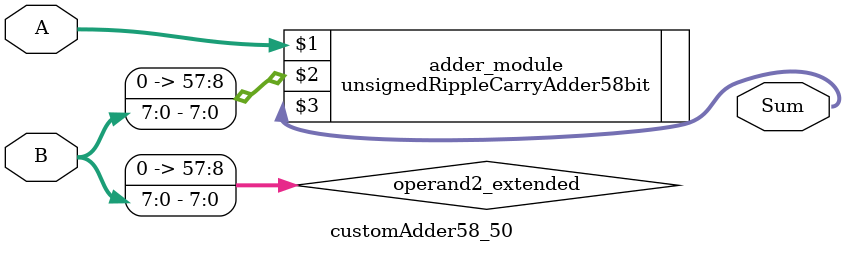
<source format=v>
module customAdder58_50(
                        input [57 : 0] A,
                        input [7 : 0] B,
                        
                        output [58 : 0] Sum
                );

        wire [57 : 0] operand2_extended;
        
        assign operand2_extended =  {50'b0, B};
        
        unsignedRippleCarryAdder58bit adder_module(
            A,
            operand2_extended,
            Sum
        );
        
        endmodule
        
</source>
